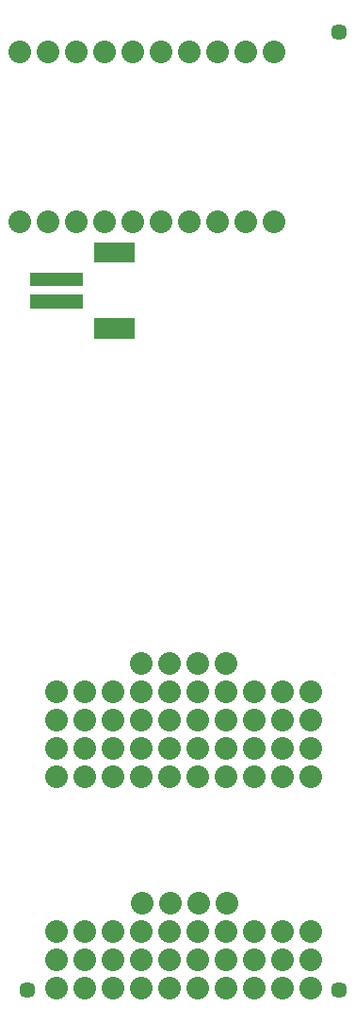
<source format=gbs>
G04 Layer: BottomSolderMaskLayer*
G04 EasyEDA v6.3.43, 2020-05-25T13:15:07--4:00*
G04 e579016d1e7f4addb33e082967b8cc68,7404d47bf86b4b15bb797b085195da26,10*
G04 Gerber Generator version 0.2*
G04 Scale: 100 percent, Rotated: No, Reflected: No *
G04 Dimensions in millimeters *
G04 leading zeros omitted , absolute positions ,3 integer and 3 decimal *
%FSLAX33Y33*%
%MOMM*%
G90*
G71D02*

%ADD28C,2.032203*%
%ADD29C,1.448003*%

%LPD*%
G54D28*
G01X7180Y21199D03*
G01X4640Y21199D03*
G01X4640Y28819D03*
G01X4640Y26279D03*
G01X4640Y23739D03*
G01X7180Y23739D03*
G01X7180Y26279D03*
G01X7180Y28819D03*
G01X17340Y28819D03*
G01X17340Y26279D03*
G01X17340Y23739D03*
G01X14800Y23739D03*
G01X14800Y26279D03*
G01X14800Y21199D03*
G01X17340Y21199D03*
G01X12260Y21199D03*
G01X9720Y21199D03*
G01X9720Y28819D03*
G01X9720Y26279D03*
G01X9720Y23739D03*
G01X12260Y23739D03*
G01X12260Y26279D03*
G01X12260Y28819D03*
G01X22420Y21199D03*
G01X19880Y21199D03*
G01X19880Y28819D03*
G01X19880Y26279D03*
G01X19880Y23739D03*
G01X22420Y23739D03*
G01X22420Y26279D03*
G01X22420Y28819D03*
G01X24960Y28819D03*
G01X24960Y26279D03*
G01X24960Y23739D03*
G01X24960Y21199D03*
G01X27500Y28819D03*
G01X27500Y26279D03*
G01X27500Y23739D03*
G01X27500Y21199D03*
G01X14800Y28819D03*
G01X27500Y2199D03*
G01X27500Y4739D03*
G01X27500Y7279D03*
G01X24960Y2199D03*
G01X24960Y4739D03*
G01X24960Y7279D03*
G01X22420Y7279D03*
G01X22420Y4739D03*
G01X19880Y4739D03*
G01X19880Y7279D03*
G01X19880Y2199D03*
G01X22420Y2199D03*
G01X12260Y7279D03*
G01X12260Y4739D03*
G01X9720Y4739D03*
G01X9720Y7279D03*
G01X9720Y2199D03*
G01X12260Y2199D03*
G01X17340Y2199D03*
G01X14800Y2199D03*
G01X14800Y7279D03*
G01X14800Y4739D03*
G01X17340Y4739D03*
G01X17340Y7279D03*
G01X7180Y7279D03*
G01X7180Y4739D03*
G01X4640Y4739D03*
G01X4640Y7279D03*
G01X4640Y2199D03*
G01X7180Y2199D03*
G01X12260Y31359D03*
G01X14800Y31359D03*
G01X17340Y31359D03*
G01X19880Y31359D03*
G01X19919Y9819D03*
G01X17379Y9819D03*
G01X14839Y9819D03*
G01X12299Y9819D03*
G54D29*
G01X29999Y88000D03*
G01X29999Y2000D03*
G01X1999Y2000D03*
G36*
G01X2195Y63207D02*
G01X2195Y64411D01*
G01X6998Y64411D01*
G01X6998Y63207D01*
G01X2195Y63207D01*
G37*
G36*
G01X2195Y65188D02*
G01X2195Y66392D01*
G01X6998Y66392D01*
G01X6998Y65188D01*
G01X2195Y65188D01*
G37*
G36*
G01X8002Y60495D02*
G01X8002Y62298D01*
G01X11606Y62298D01*
G01X11606Y60495D01*
G01X8002Y60495D01*
G37*
G36*
G01X8002Y67302D02*
G01X8002Y69105D01*
G01X11606Y69105D01*
G01X11606Y67302D01*
G01X8002Y67302D01*
G37*
G54D28*
G01X1303Y70980D03*
G01X3843Y70980D03*
G01X6383Y70980D03*
G01X8923Y70980D03*
G01X11463Y70980D03*
G01X14003Y70980D03*
G01X16543Y70980D03*
G01X19083Y70980D03*
G01X21623Y70980D03*
G01X24163Y70980D03*
G01X1303Y86220D03*
G01X3843Y86220D03*
G01X6383Y86220D03*
G01X8923Y86220D03*
G01X11463Y86220D03*
G01X14003Y86220D03*
G01X16543Y86220D03*
G01X19083Y86220D03*
G01X21623Y86220D03*
G01X24163Y86220D03*
M00*
M02*

</source>
